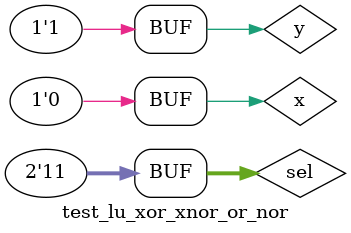
<source format=v>
module lu_xor_xnor_or_nor (
    output wire Y,  // Saída selecionável
    input wire A,   // Entrada A
    input wire B,   // Entrada B
    input wire [1:0] sel  // Seleção de operação (00: NOR, 01: OR, 10: XOR, 11: XNOR)
);
// Definir saídas intermediárias
wire nor_result, or_result, xor_result, xnor_result;

// Descrever por portas
nor NOR1 (nor_result, A, B);      // Operação NOR
or OR1 (or_result, A, B);         // Operação OR
xor XOR1 (xor_result, A, B);      // Operação XOR
xnor XNOR1 (xnor_result, A, B);   // Operação XNOR

// Seleção da operação
and AND1 (Y_nor, ~sel[1] & ~sel[0], nor_result);
and AND2 (Y_or, ~sel[1] & sel[0], or_result);
and AND3 (Y_xor, sel[1] & ~sel[0], xor_result);
and AND4 (Y_xnor, sel[1] & sel[0], xnor_result);
or OR2 (Y, Y_nor, Y_or, Y_xor, Y_xnor);

endmodule

// Módulo de teste
module test_lu_xor_xnor_or_nor;
reg x;
reg y;
reg [1:0] sel;
wire z;

lu_xor_xnor_or_nor LU_MOD (z, x, y, sel);

initial begin
    $display("Teste da LU XOR/XNOR OR/NOR");
    $display("x y sel z");
    
    // Testes
    x = 1'b0; y = 1'b1; sel = 2'b00; // NOR
    #1 $monitor("%4b %4b %2b %4b", x, y, sel, z);
    #1 sel = 2'b01; // OR
    #1 sel = 2'b10; // XOR
    #1 sel = 2'b11; // XNOR
end
endmodule

</source>
